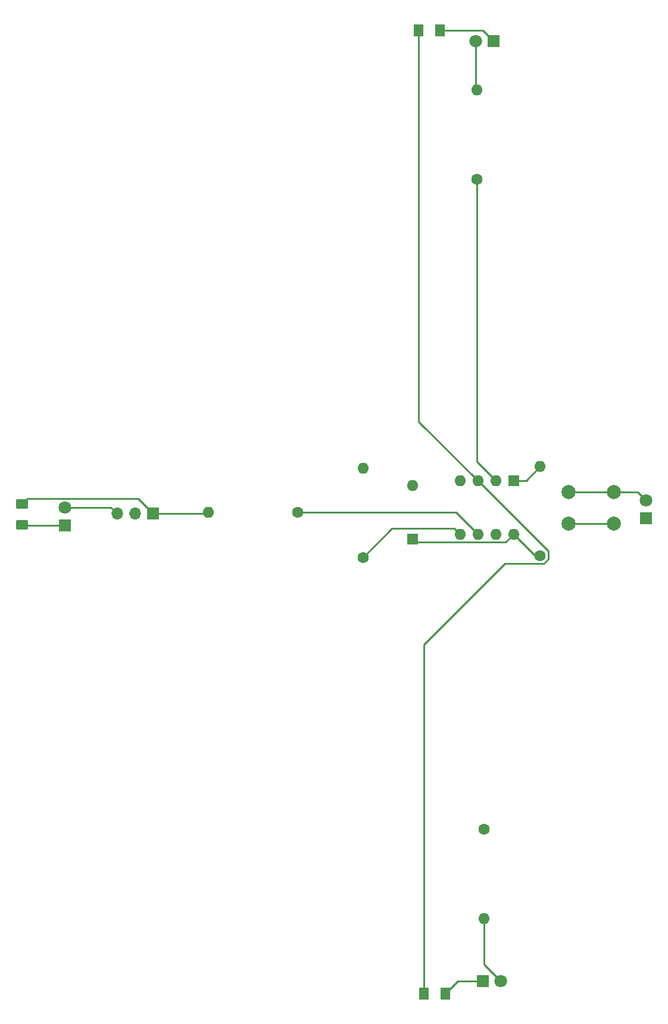
<source format=gtl>
G04 #@! TF.GenerationSoftware,KiCad,Pcbnew,8.0.0*
G04 #@! TF.CreationDate,2024-03-14T11:46:58-05:00*
G04 #@! TF.ProjectId,airplane-keychain,61697270-6c61-46e6-952d-6b6579636861,1*
G04 #@! TF.SameCoordinates,Original*
G04 #@! TF.FileFunction,Copper,L1,Top*
G04 #@! TF.FilePolarity,Positive*
%FSLAX46Y46*%
G04 Gerber Fmt 4.6, Leading zero omitted, Abs format (unit mm)*
G04 Created by KiCad (PCBNEW 8.0.0) date 2024-03-14 11:46:58*
%MOMM*%
%LPD*%
G01*
G04 APERTURE LIST*
G04 Aperture macros list*
%AMRoundRect*
0 Rectangle with rounded corners*
0 $1 Rounding radius*
0 $2 $3 $4 $5 $6 $7 $8 $9 X,Y pos of 4 corners*
0 Add a 4 corners polygon primitive as box body*
4,1,4,$2,$3,$4,$5,$6,$7,$8,$9,$2,$3,0*
0 Add four circle primitives for the rounded corners*
1,1,$1+$1,$2,$3*
1,1,$1+$1,$4,$5*
1,1,$1+$1,$6,$7*
1,1,$1+$1,$8,$9*
0 Add four rect primitives between the rounded corners*
20,1,$1+$1,$2,$3,$4,$5,0*
20,1,$1+$1,$4,$5,$6,$7,0*
20,1,$1+$1,$6,$7,$8,$9,0*
20,1,$1+$1,$8,$9,$2,$3,0*%
G04 Aperture macros list end*
G04 #@! TA.AperFunction,ComponentPad*
%ADD10R,1.800000X1.800000*%
G04 #@! TD*
G04 #@! TA.AperFunction,ComponentPad*
%ADD11C,1.800000*%
G04 #@! TD*
G04 #@! TA.AperFunction,SMDPad,CuDef*
%ADD12RoundRect,0.250001X0.624999X-0.462499X0.624999X0.462499X-0.624999X0.462499X-0.624999X-0.462499X0*%
G04 #@! TD*
G04 #@! TA.AperFunction,SMDPad,CuDef*
%ADD13RoundRect,0.250001X0.462499X0.624999X-0.462499X0.624999X-0.462499X-0.624999X0.462499X-0.624999X0*%
G04 #@! TD*
G04 #@! TA.AperFunction,ComponentPad*
%ADD14C,1.600000*%
G04 #@! TD*
G04 #@! TA.AperFunction,ComponentPad*
%ADD15O,1.600000X1.600000*%
G04 #@! TD*
G04 #@! TA.AperFunction,ComponentPad*
%ADD16C,2.000000*%
G04 #@! TD*
G04 #@! TA.AperFunction,ComponentPad*
%ADD17R,1.600000X1.600000*%
G04 #@! TD*
G04 #@! TA.AperFunction,ComponentPad*
%ADD18R,1.700000X1.700000*%
G04 #@! TD*
G04 #@! TA.AperFunction,ComponentPad*
%ADD19O,1.700000X1.700000*%
G04 #@! TD*
G04 #@! TA.AperFunction,Conductor*
%ADD20C,0.250000*%
G04 #@! TD*
G04 APERTURE END LIST*
D10*
X88900000Y-97536000D03*
D11*
X88900000Y-94996000D03*
D12*
X82804000Y-97499500D03*
X82804000Y-94524500D03*
D13*
X142965500Y-164084000D03*
X139990500Y-164084000D03*
X142203500Y-27178000D03*
X139228500Y-27178000D03*
D14*
X131300000Y-102100000D03*
D15*
X131300000Y-89400000D03*
D14*
X122000000Y-95700000D03*
D15*
X109300000Y-95700000D03*
D14*
X148500000Y-140750000D03*
D15*
X148500000Y-153450000D03*
D14*
X147500000Y-48350000D03*
D15*
X147500000Y-35650000D03*
D14*
X156500000Y-101850000D03*
D15*
X156500000Y-89150000D03*
D16*
X160500000Y-92800000D03*
X167000000Y-92800000D03*
X160500000Y-97300000D03*
X167000000Y-97300000D03*
D17*
X138300000Y-99500000D03*
D15*
X138300000Y-91880000D03*
D10*
X148336000Y-162306000D03*
D11*
X150876000Y-162306000D03*
D10*
X149860000Y-28702000D03*
D11*
X147320000Y-28702000D03*
D10*
X171500000Y-96520000D03*
D11*
X171500000Y-93980000D03*
D18*
X101400000Y-95900000D03*
D19*
X98860000Y-95900000D03*
X96320000Y-95900000D03*
D17*
X152700000Y-91180000D03*
D15*
X150160000Y-91180000D03*
X147620000Y-91180000D03*
X145080000Y-91180000D03*
X145080000Y-98800000D03*
X147620000Y-98800000D03*
X150160000Y-98800000D03*
X152700000Y-98800000D03*
D20*
X144743500Y-162306000D02*
X148336000Y-162306000D01*
X82804000Y-97499500D02*
X82840500Y-97536000D01*
X142203500Y-27178000D02*
X148336000Y-27178000D01*
X82840500Y-97536000D02*
X88900000Y-97536000D01*
X148336000Y-27178000D02*
X149860000Y-28702000D01*
X142965500Y-164084000D02*
X144743500Y-162306000D01*
X160500000Y-97300000D02*
X167000000Y-97300000D01*
X96320000Y-95900000D02*
X95416000Y-94996000D01*
X95416000Y-94996000D02*
X88900000Y-94996000D01*
X109100000Y-95900000D02*
X109300000Y-95700000D01*
X83557500Y-93771000D02*
X99271000Y-93771000D01*
X99271000Y-93771000D02*
X101400000Y-95900000D01*
X101400000Y-95900000D02*
X109100000Y-95900000D01*
X82804000Y-94524500D02*
X83557500Y-93771000D01*
X148500000Y-153450000D02*
X148500000Y-159930000D01*
X148500000Y-159930000D02*
X150876000Y-162306000D01*
X147320000Y-28702000D02*
X147320000Y-35470000D01*
X147320000Y-35470000D02*
X147500000Y-35650000D01*
X147620000Y-91180000D02*
X157625000Y-101185000D01*
X151500000Y-103000000D02*
X139990500Y-114509500D01*
X139228500Y-27178000D02*
X139228500Y-82788500D01*
X157625000Y-102349133D02*
X156974133Y-103000000D01*
X139228500Y-82788500D02*
X147620000Y-91180000D01*
X156974133Y-103000000D02*
X151500000Y-103000000D01*
X157625000Y-101185000D02*
X157625000Y-102349133D01*
X139990500Y-114509500D02*
X139990500Y-164084000D01*
X167000000Y-92800000D02*
X170320000Y-92800000D01*
X170320000Y-92800000D02*
X171500000Y-93980000D01*
X167000000Y-92800000D02*
X160500000Y-92800000D01*
X135399999Y-98000001D02*
X144280001Y-98000001D01*
X131300000Y-102100000D02*
X135399999Y-98000001D01*
X144280001Y-98000001D02*
X145080000Y-98800000D01*
X144520000Y-95700000D02*
X147620000Y-98800000D01*
X122000000Y-95700000D02*
X144520000Y-95700000D01*
X147500000Y-88520000D02*
X150160000Y-91180000D01*
X147500000Y-48350000D02*
X147500000Y-88520000D01*
X155750000Y-101850000D02*
X156500000Y-101850000D01*
X151575000Y-99925000D02*
X152700000Y-98800000D01*
X138725000Y-99925000D02*
X151575000Y-99925000D01*
X138300000Y-99500000D02*
X138725000Y-99925000D01*
X152700000Y-98800000D02*
X155750000Y-101850000D01*
X152700000Y-98800000D02*
X153450000Y-98800000D01*
X154470000Y-91180000D02*
X156500000Y-89150000D01*
X152700000Y-91180000D02*
X154470000Y-91180000D01*
M02*

</source>
